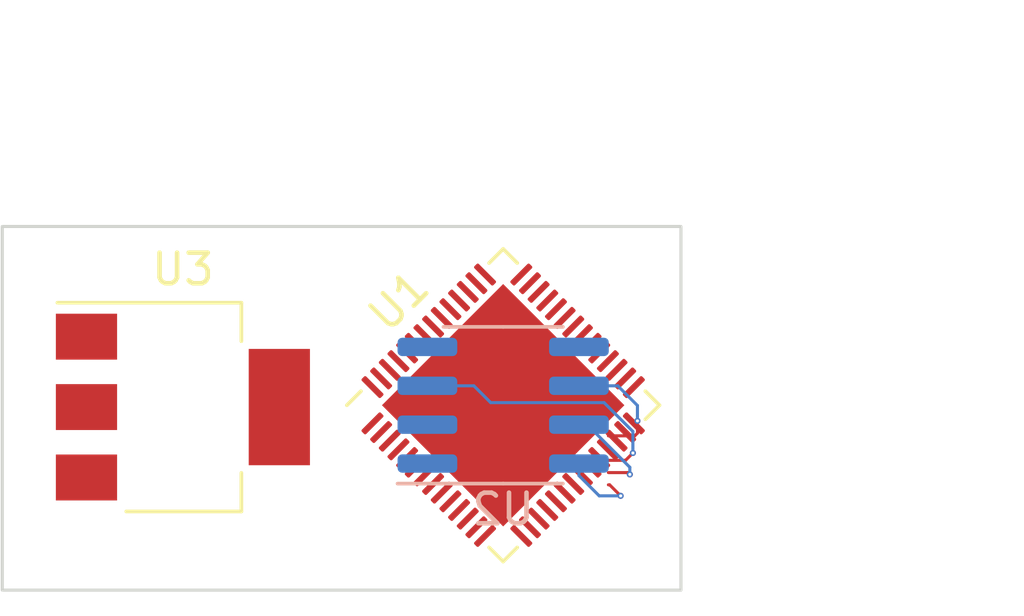
<source format=kicad_pcb>
(kicad_pcb (version 20221018) (generator pcbnew)
  (layers (0 "F.Cu" signal) (31 "B.Cu" signal) (34 "B.Paste" user) (35 "F.Paste" user) (36 "B.SilkS" user "B.Silkscreen") (37 "F.SilkS" user "F.Silkscreen") (38 "B.Mask" user) (39 "F.Mask" user) (44 "Edge.Cuts" user))
  (net 0 "")
  (net 2 "VDD3P3")
  (net 47 "Net-(U1-VDDA-Pad55)")
  (net 48 "/VDD_SPI")
  (net 49 "/SPIHD")
  (net 50 "/SPIWP")
  (net 51 "/SPICS0")
  (net 52 "/SPICLK")
  (net 53 "/SPIQ")
  (net 54 "/SPID")
  (net 55 "GND")
  (footprint "Package_DFN_QFN:QFN-56-1EP_7x7mm_P0.4mm_EP5.6x5.6mm" (layer "F.Cu") (at 148.9625 101.54 45)
    (fp_text reference "U1" (at 0 -4.82 45) (layer "F.SilkS"))
    (fp_text value "ESP32-S3")
    (fp_line (start -3.61 3.61) (end -3.61 2.96) (stroke (width 0.12)) (layer "F.SilkS"))
    (fp_line (start -2.96 -3.61) (end -3.61 -3.61) (stroke (width 0.12)) (layer "F.SilkS"))
    (fp_line (start -2.96 3.61) (end -3.61 3.61) (stroke (width 0.12)) (layer "F.SilkS"))
    (fp_line (start 2.96 -3.61) (end 3.61 -3.61) (stroke (width 0.12)) (layer "F.SilkS"))
    (fp_line (start 2.96 3.61) (end 3.61 3.61) (stroke (width 0.12)) (layer "F.SilkS"))
    (fp_line (start 3.61 -3.61) (end 3.61 -2.96) (stroke (width 0.12)) (layer "F.SilkS"))
    (fp_line (start 3.61 3.61) (end 3.61 2.96) (stroke (width 0.12)) (layer "F.SilkS"))
    (pad "1" smd roundrect (at -3.4375 -2.6 45) (size 0.875 0.2) (layers "F.Cu" "F.Paste" "F.Mask"))
    (pad "2" smd roundrect (at -3.4375 -2.2 45) (size 0.875 0.2) (layers "F.Cu" "F.Paste" "F.Mask") (net 2 "VDD3P3"))
    (pad "3" smd roundrect (at -3.4375 -1.8 45) (size 0.875 0.2) (layers "F.Cu" "F.Paste" "F.Mask") (net 2 "VDD3P3"))
    (pad "4" smd roundrect (at -3.4375 -1.4 45) (size 0.875 0.2) (layers "F.Cu" "F.Paste" "F.Mask"))
    (pad "5" smd roundrect (at -3.4375 -1 45) (size 0.875 0.2) (layers "F.Cu" "F.Paste" "F.Mask"))
    (pad "6" smd roundrect (at -3.4375 -0.6 45) (size 0.875 0.2) (layers "F.Cu" "F.Paste" "F.Mask"))
    (pad "7" smd roundrect (at -3.4375 -0.2 45) (size 0.875 0.2) (layers "F.Cu" "F.Paste" "F.Mask"))
    (pad "8" smd roundrect (at -3.4375 0.2 45) (size 0.875 0.2) (layers "F.Cu" "F.Paste" "F.Mask"))
    (pad "9" smd roundrect (at -3.4375 0.6 45) (size 0.875 0.2) (layers "F.Cu" "F.Paste" "F.Mask"))
    (pad "10" smd roundrect (at -3.4375 1 45) (size 0.875 0.2) (layers "F.Cu" "F.Paste" "F.Mask"))
    (pad "11" smd roundrect (at -3.4375 1.4 45) (size 0.875 0.2) (layers "F.Cu" "F.Paste" "F.Mask"))
    (pad "12" smd roundrect (at -3.4375 1.8 45) (size 0.875 0.2) (layers "F.Cu" "F.Paste" "F.Mask"))
    (pad "13" smd roundrect (at -3.4375 2.2 45) (size 0.875 0.2) (layers "F.Cu" "F.Paste" "F.Mask"))
    (pad "14" smd roundrect (at -3.4375 2.6 45) (size 0.875 0.2) (layers "F.Cu" "F.Paste" "F.Mask"))
    (pad "15" smd roundrect (at -2.6 3.4375 45) (size 0.2 0.875) (layers "F.Cu" "F.Paste" "F.Mask"))
    (pad "16" smd roundrect (at -2.2 3.4375 45) (size 0.2 0.875) (layers "F.Cu" "F.Paste" "F.Mask"))
    (pad "17" smd roundrect (at -1.8 3.4375 45) (size 0.2 0.875) (layers "F.Cu" "F.Paste" "F.Mask"))
    (pad "18" smd roundrect (at -1.4 3.4375 45) (size 0.2 0.875) (layers "F.Cu" "F.Paste" "F.Mask"))
    (pad "19" smd roundrect (at -1 3.4375 45) (size 0.2 0.875) (layers "F.Cu" "F.Paste" "F.Mask"))
    (pad "20" smd roundrect (at -0.6 3.4375 45) (size 0.2 0.875) (layers "F.Cu" "F.Paste" "F.Mask"))
    (pad "21" smd roundrect (at -0.2 3.4375 45) (size 0.2 0.875) (layers "F.Cu" "F.Paste" "F.Mask"))
    (pad "22" smd roundrect (at 0.2 3.4375 45) (size 0.2 0.875) (layers "F.Cu" "F.Paste" "F.Mask"))
    (pad "23" smd roundrect (at 0.6 3.4375 45) (size 0.2 0.875) (layers "F.Cu" "F.Paste" "F.Mask"))
    (pad "24" smd roundrect (at 1 3.4375 45) (size 0.2 0.875) (layers "F.Cu" "F.Paste" "F.Mask"))
    (pad "25" smd roundrect (at 1.4 3.4375 45) (size 0.2 0.875) (layers "F.Cu" "F.Paste" "F.Mask"))
    (pad "26" smd roundrect (at 1.8 3.4375 45) (size 0.2 0.875) (layers "F.Cu" "F.Paste" "F.Mask"))
    (pad "27" smd roundrect (at 2.2 3.4375 45) (size 0.2 0.875) (layers "F.Cu" "F.Paste" "F.Mask"))
    (pad "28" smd roundrect (at 2.6 3.4375 45) (size 0.2 0.875) (layers "F.Cu" "F.Paste" "F.Mask"))
    (pad "29" smd roundrect (at 3.4375 2.6 45) (size 0.875 0.2) (layers "F.Cu" "F.Paste" "F.Mask") (net 48 "/VDD_SPI"))
    (pad "30" smd roundrect (at 3.4375 2.2 45) (size 0.875 0.2) (layers "F.Cu" "F.Paste" "F.Mask") (net 49 "/SPIHD"))
    (pad "31" smd roundrect (at 3.4375 1.8 45) (size 0.875 0.2) (layers "F.Cu" "F.Paste" "F.Mask") (net 50 "/SPIWP"))
    (pad "32" smd roundrect (at 3.4375 1.4 45) (size 0.875 0.2) (layers "F.Cu" "F.Paste" "F.Mask") (net 51 "/SPICS0"))
    (pad "33" smd roundrect (at 3.4375 1 45) (size 0.875 0.2) (layers "F.Cu" "F.Paste" "F.Mask") (net 52 "/SPICLK"))
    (pad "34" smd roundrect (at 3.4375 0.6 45) (size 0.875 0.2) (layers "F.Cu" "F.Paste" "F.Mask") (net 53 "/SPIQ"))
    (pad "35" smd roundrect (at 3.4375 0.2 45) (size 0.875 0.2) (layers "F.Cu" "F.Paste" "F.Mask") (net 54 "/SPID"))
    (pad "36" smd roundrect (at 3.4375 -0.2 45) (size 0.875 0.2) (layers "F.Cu" "F.Paste" "F.Mask"))
    (pad "37" smd roundrect (at 3.4375 -0.6 45) (size 0.875 0.2) (layers "F.Cu" "F.Paste" "F.Mask"))
    (pad "38" smd roundrect (at 3.4375 -1 45) (size 0.875 0.2) (layers "F.Cu" "F.Paste" "F.Mask"))
    (pad "39" smd roundrect (at 3.4375 -1.4 45) (size 0.875 0.2) (layers "F.Cu" "F.Paste" "F.Mask"))
    (pad "40" smd roundrect (at 3.4375 -1.8 45) (size 0.875 0.2) (layers "F.Cu" "F.Paste" "F.Mask"))
    (pad "41" smd roundrect (at 3.4375 -2.2 45) (size 0.875 0.2) (layers "F.Cu" "F.Paste" "F.Mask"))
    (pad "42" smd roundrect (at 3.4375 -2.6 45) (size 0.875 0.2) (layers "F.Cu" "F.Paste" "F.Mask"))
    (pad "43" smd roundrect (at 2.6 -3.4375 45) (size 0.2 0.875) (layers "F.Cu" "F.Paste" "F.Mask"))
    (pad "44" smd roundrect (at 2.2 -3.4375 45) (size 0.2 0.875) (layers "F.Cu" "F.Paste" "F.Mask"))
    (pad "45" smd roundrect (at 1.8 -3.4375 45) (size 0.2 0.875) (layers "F.Cu" "F.Paste" "F.Mask"))
    (pad "46" smd roundrect (at 1.4 -3.4375 45) (size 0.2 0.875) (layers "F.Cu" "F.Paste" "F.Mask"))
    (pad "47" smd roundrect (at 1 -3.4375 45) (size 0.2 0.875) (layers "F.Cu" "F.Paste" "F.Mask"))
    (pad "48" smd roundrect (at 0.6 -3.4375 45) (size 0.2 0.875) (layers "F.Cu" "F.Paste" "F.Mask"))
    (pad "49" smd roundrect (at 0.2 -3.4375 45) (size 0.2 0.875) (layers "F.Cu" "F.Paste" "F.Mask"))
    (pad "50" smd roundrect (at -0.2 -3.4375 45) (size 0.2 0.875) (layers "F.Cu" "F.Paste" "F.Mask"))
    (pad "51" smd roundrect (at -0.6 -3.4375 45) (size 0.2 0.875) (layers "F.Cu" "F.Paste" "F.Mask"))
    (pad "52" smd roundrect (at -1 -3.4375 45) (size 0.2 0.875) (layers "F.Cu" "F.Paste" "F.Mask"))
    (pad "53" smd roundrect (at -1.4 -3.4375 45) (size 0.2 0.875) (layers "F.Cu" "F.Paste" "F.Mask"))
    (pad "54" smd roundrect (at -1.8 -3.4375 45) (size 0.2 0.875) (layers "F.Cu" "F.Paste" "F.Mask"))
    (pad "55" smd roundrect (at -2.2 -3.4375 45) (size 0.2 0.875) (layers "F.Cu" "F.Paste" "F.Mask") (net 47 "Net-(U1-VDDA-Pad55)"))
    (pad "56" smd roundrect (at -2.6 -3.4375 45) (size 0.2 0.875) (layers "F.Cu" "F.Paste" "F.Mask") (net 47 "Net-(U1-VDDA-Pad55)"))
    (pad "57" smd rect (at 0 0 45) (size 5.6 5.6) (layers "F.Cu" "F.Mask") (net 55 "GND"))
  )
  (footprint "Package_TO_SOT_SMD:SOT-223-3_TabPin2" (layer "F.Cu") (at 138.5 101.6)
    (fp_text reference "U3" (at 0 -4.5) (layer "F.SilkS"))
    (fp_text value "AP1117-33")
    (fp_line (start -4.1 -3.41) (end 1.91 -3.41) (stroke (width 0.12)) (layer "F.SilkS"))
    (fp_line (start -1.85 3.41) (end 1.91 3.41) (stroke (width 0.12)) (layer "F.SilkS"))
    (fp_line (start 1.91 -3.41) (end 1.91 -2.15) (stroke (width 0.12)) (layer "F.SilkS"))
    (fp_line (start 1.91 3.41) (end 1.91 2.15) (stroke (width 0.12)) (layer "F.SilkS"))
    (pad "1" smd rect (at -3.15 -2.3) (size 2 1.5) (layers "F.Cu" "F.Paste" "F.Mask"))
    (pad "2" smd rect (at -3.15 0) (size 2 1.5) (layers "F.Cu" "F.Paste" "F.Mask"))
    (pad "2" smd rect (at 3.15 0) (size 2 3.8) (layers "F.Cu" "F.Paste" "F.Mask"))
    (pad "3" smd rect (at -3.15 2.3) (size 2 1.5) (layers "F.Cu" "F.Paste" "F.Mask"))
  )
  (footprint "Package_SO:SOIC-8_3.9x4.9mm_P1.27mm" (layer "B.Cu") (at 148.9625 101.54)
    (fp_text reference "U2" (at 0 3.4) (layer "B.SilkS") (effects (justify mirror)))
    (fp_text value "AT25SF081-SSHD-X")
    (fp_line (start 0 -2.56) (end -1.95 -2.56) (stroke (width 0.12)) (layer "B.SilkS"))
    (fp_line (start 0 -2.56) (end 1.95 -2.56) (stroke (width 0.12)) (layer "B.SilkS"))
    (fp_line (start 0 2.56) (end -3.45 2.56) (stroke (width 0.12)) (layer "B.SilkS"))
    (fp_line (start 0 2.56) (end 1.95 2.56) (stroke (width 0.12)) (layer "B.SilkS"))
    (pad "1" smd roundrect (at -2.475 1.905) (size 1.95 0.6) (layers "B.Cu" "B.Paste" "B.Mask") (net 51 "/SPICS0"))
    (pad "2" smd roundrect (at -2.475 0.635) (size 1.95 0.6) (layers "B.Cu" "B.Paste" "B.Mask") (net 53 "/SPIQ"))
    (pad "3" smd roundrect (at -2.475 -0.635) (size 1.95 0.6) (layers "B.Cu" "B.Paste" "B.Mask") (net 50 "/SPIWP"))
    (pad "4" smd roundrect (at -2.475 -1.905) (size 1.95 0.6) (layers "B.Cu" "B.Paste" "B.Mask") (net 55 "GND"))
    (pad "5" smd roundrect (at 2.475 -1.905) (size 1.95 0.6) (layers "B.Cu" "B.Paste" "B.Mask") (net 54 "/SPID"))
    (pad "6" smd roundrect (at 2.475 -0.635) (size 1.95 0.6) (layers "B.Cu" "B.Paste" "B.Mask") (net 52 "/SPICLK"))
    (pad "7" smd roundrect (at 2.475 0.635) (size 1.95 0.6) (layers "B.Cu" "B.Paste" "B.Mask") (net 49 "/SPIHD"))
    (pad "8" smd roundrect (at 2.475 1.905) (size 1.95 0.6) (layers "B.Cu" "B.Paste" "B.Mask") (net 48 "/VDD_SPI"))
  )
  (gr_rect (start 132.6 95.7) (end 154.77 107.58) (stroke (width 0.1)) (fill none) (layer "Edge.Cuts"))
  (segment (start 152.4 104.14) (end 152.44 104.14) (width 0.1) (layer "F.Cu") (net 48))
  (segment (start 152.44 104.14) (end 152.8 104.5) (width 0.1) (layer "F.Cu") (net 48))
  (via (at 152.8 104.5) (size 0.2) (drill 0.1) (layers "F.Cu" "B.Cu") (net 48))
  (segment (start 152.1 104.5) (end 151.4375 103.8375) (width 0.1) (layer "B.Cu") (net 48))
  (segment (start 152.8 104.5) (end 152.1 104.5) (width 0.1) (layer "B.Cu") (net 48))
  (segment (start 151.4375 103.8375) (end 151.4375 103.445) (width 0.1) (layer "B.Cu") (net 48))
  (segment (start 152.4 103.74) (end 153.04 103.74) (width 0.1) (layer "F.Cu") (net 49))
  (segment (start 153.04 103.74) (end 153.1 103.8) (width 0.1) (layer "F.Cu") (net 49))
  (via (at 153.1 103.8) (size 0.2) (drill 0.1) (layers "F.Cu" "B.Cu") (net 49))
  (segment (start 153.1 103.566815) (end 151.708185 102.175) (width 0.1) (layer "B.Cu") (net 49))
  (segment (start 151.708185 102.175) (end 151.4375 102.175) (width 0.1) (layer "B.Cu") (net 49))
  (segment (start 153.1 103.8) (end 153.1 103.566815) (width 0.1) (layer "B.Cu") (net 49))
  (segment (start 152.4 103.34) (end 152.96 103.34) (width 0.1) (layer "F.Cu") (net 50))
  (segment (start 152.96 103.34) (end 153.2 103.1) (width 0.1) (layer "F.Cu") (net 50))
  (via (at 153.2 103.1) (size 0.2) (drill 0.1) (layers "F.Cu" "B.Cu") (net 50))
  (segment (start 153.2 103.1) (end 153.2 102.396815) (width 0.1) (layer "B.Cu") (net 50))
  (segment (start 148.555 101.455) (end 148.005 100.905) (width 0.1) (layer "B.Cu") (net 50))
  (segment (start 153.2 102.396815) (end 152.258185 101.455) (width 0.1) (layer "B.Cu") (net 50))
  (segment (start 152.258185 101.455) (end 148.555 101.455) (width 0.1) (layer "B.Cu") (net 50))
  (segment (start 148.005 100.905) (end 146.4875 100.905) (width 0.1) (layer "B.Cu") (net 50))
  (segment (start 153.348727 102.451273) (end 153.348727 102.051273) (width 0.1) (layer "F.Cu") (net 52))
  (segment (start 153.26 102.54) (end 153.348727 102.451273) (width 0.1) (layer "F.Cu") (net 52))
  (segment (start 152.4 102.54) (end 153.26 102.54) (width 0.1) (layer "F.Cu") (net 52))
  (via (at 153.348727 102.051273) (size 0.2) (drill 0.1) (layers "F.Cu" "B.Cu") (net 52))
  (segment (start 152.705 100.905) (end 151.4375 100.905) (width 0.1) (layer "B.Cu") (net 52))
  (segment (start 153.348727 101.548727) (end 152.705 100.905) (width 0.1) (layer "B.Cu") (net 52))
  (segment (start 153.348727 102.051273) (end 153.348727 101.548727) (width 0.1) (layer "B.Cu") (net 52))
)
</source>
